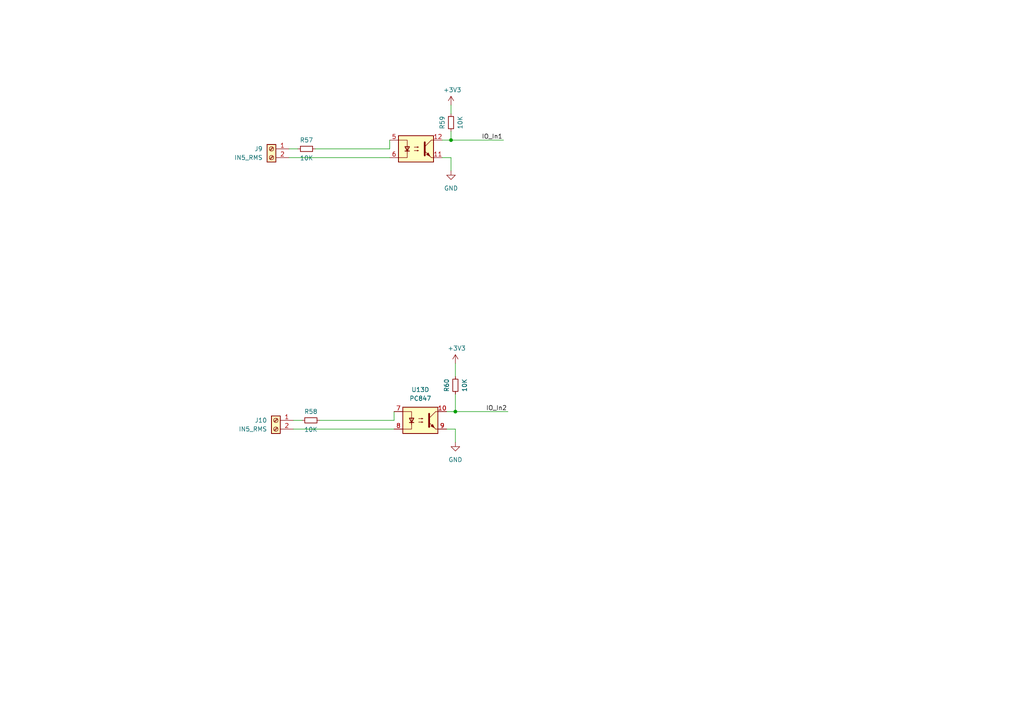
<source format=kicad_sch>
(kicad_sch (version 20250114) (generator "eeschema") (generator_version "9.0")
  (paper "A4")
  (lib_symbols
    (symbol "Connector:Screw_Terminal_01x02" (pin_names (offset 1.016) (hide yes))
      (property "Reference" "J" (at 0 2.54 0))
      (property "Value" "Screw_Terminal_01x02" (at 0 -5.08 0))
      (symbol "Screw_Terminal_01x02_1_1"
        (rectangle (start -1.27 1.27) (end 1.27 -3.81) (stroke (width 0.254)) (fill (type background)))
        (polyline (pts (xy -0.5334 0.3302) (xy 0.3302 -0.508)) (stroke (width 0.1524)))
        (polyline (pts (xy -0.5334 -2.2098) (xy 0.3302 -3.048)) (stroke (width 0.1524)))
        (polyline (pts (xy -0.3556 0.508) (xy 0.508 -0.3302)) (stroke (width 0.1524)))
        (polyline (pts (xy -0.3556 -2.032) (xy 0.508 -2.8702)) (stroke (width 0.1524)))
        (circle (center 0 0) (radius 0.635) (stroke (width 0.1524)))
        (circle (center 0 -2.54) (radius 0.635) (stroke (width 0.1524)))
        (pin passive line (at -5.08 0 0) (length 3.81) (name "Pin_1") (number "1"))
        (pin passive line (at -5.08 -2.54 0) (length 3.81) (name "Pin_2") (number "2"))
      )
    )
    (symbol "Device:R_Small" (pin_numbers (hide yes)) (pin_names (offset 0.254) (hide yes))
      (property "Reference" "R" (at 0.762 0.508 0))
      (property "Value" "R_Small" (at 0.762 -1.016 0))
      (symbol "R_Small_0_1"
        (rectangle (start -0.762 1.778) (end 0.762 -1.778) (stroke (width 0.2032)))
      )
      (symbol "R_Small_1_1"
        (pin passive line (at 0 2.54 270) (length 0.762) (name "~") (number "1"))
        (pin passive line (at 0 -2.54 90) (length 0.762) (name "~") (number "2"))
      )
    )
    (symbol "Isolator:PC847" (pin_names (offset 1.016))
      (property "Reference" "U" (at -5.08 5.08 0))
      (property "Value" "PC847" (at 0 5.08 0))
      (symbol "PC847_0_1"
        (rectangle (start -5.08 3.81) (end 5.08 -3.81) (stroke (width 0.254)) (fill (type background)))
        (polyline (pts (xy -5.08 2.54) (xy -2.54 2.54) (xy -2.54 -1.27) (xy -2.54 0.635)))
        (polyline (pts (xy -3.175 -0.635) (xy -1.905 -0.635)) (stroke (width 0.254)))
        (polyline (pts (xy -2.54 -0.635) (xy -2.54 -2.54) (xy -5.08 -2.54)))
        (polyline (pts (xy -2.54 -0.635) (xy -3.175 0.635) (xy -1.905 0.635) (xy -2.54 -0.635)) (stroke (width 0.254)))
        (polyline (pts (xy -0.508 0.508) (xy 0.762 0.508) (xy 0.381 0.381) (xy 0.381 0.635) (xy 0.762 0.508)))
        (polyline (pts (xy -0.508 -0.508) (xy 0.762 -0.508) (xy 0.381 -0.635) (xy 0.381 -0.381) (xy 0.762 -0.508)))
        (polyline (pts (xy 2.54 1.905) (xy 2.54 -1.905) (xy 2.54 -1.905)) (stroke (width 0.508)))
        (polyline (pts (xy 2.54 0.635) (xy 4.445 2.54)))
        (polyline (pts (xy 3.048 -1.651) (xy 3.556 -1.143) (xy 4.064 -2.159) (xy 3.048 -1.651) (xy 3.048 -1.651)) (fill (type outline)))
        (polyline (pts (xy 4.445 2.54) (xy 5.08 2.54)))
        (polyline (pts (xy 4.445 -2.54) (xy 2.54 -0.635)) (fill (type outline)))
        (polyline (pts (xy 4.445 -2.54) (xy 5.08 -2.54)))
      )
      (symbol "PC847_1_1"
        (pin passive line (at -7.62 2.54 0) (length 2.54) (name "~") (number "1"))
        (pin passive line (at -7.62 -2.54 0) (length 2.54) (name "~") (number "2"))
        (pin passive line (at 7.62 2.54 180) (length 2.54) (name "~") (number "16"))
        (pin passive line (at 7.62 -2.54 180) (length 2.54) (name "~") (number "15"))
      )
      (symbol "PC847_2_1"
        (pin passive line (at -7.62 2.54 0) (length 2.54) (name "~") (number "3"))
        (pin passive line (at -7.62 -2.54 0) (length 2.54) (name "~") (number "4"))
        (pin passive line (at 7.62 2.54 180) (length 2.54) (name "~") (number "14"))
        (pin passive line (at 7.62 -2.54 180) (length 2.54) (name "~") (number "13"))
      )
      (symbol "PC847_3_1"
        (pin passive line (at -7.62 2.54 0) (length 2.54) (name "~") (number "5"))
        (pin passive line (at -7.62 -2.54 0) (length 2.54) (name "~") (number "6"))
        (pin passive line (at 7.62 2.54 180) (length 2.54) (name "~") (number "12"))
        (pin passive line (at 7.62 -2.54 180) (length 2.54) (name "~") (number "11"))
      )
      (symbol "PC847_4_1"
        (pin passive line (at -7.62 2.54 0) (length 2.54) (name "~") (number "7"))
        (pin passive line (at -7.62 -2.54 0) (length 2.54) (name "~") (number "8"))
        (pin passive line (at 7.62 2.54 180) (length 2.54) (name "~") (number "10"))
        (pin passive line (at 7.62 -2.54 180) (length 2.54) (name "~") (number "9"))
      )
    )
    (symbol "Mega-BLDC-cache:+3.3V" (power) (pin_names (offset 0))
      (property "Value" "+3.3V" (at 0 3.556 0))
      (symbol "+3.3V_0_1"
        (polyline (pts (xy -0.762 1.27) (xy 0 2.54)))
        (polyline (pts (xy 0 2.54) (xy 0.762 1.27)))
        (polyline (pts (xy 0 0) (xy 0 2.54)))
      )
      (symbol "+3.3V_1_1"
        (pin power_in line (at 0 0 90) (length 0) (hide yes) (name "+3V3") (number "1"))
      )
    )
    (symbol "power:GND" (power) (pin_names (offset 0))
      (property "Value" "GND" (at 0 -3.81 0))
      (symbol "GND_0_1"
        (polyline (pts (xy 0 0) (xy 0 -1.27) (xy 1.27 -1.27) (xy 0 -2.54) (xy -1.27 -1.27) (xy 0 -1.27)))
      )
      (symbol "GND_1_1"
        (pin power_in line (at 0 0 270) (length 0) (hide yes) (name "GND") (number "1"))
      )
    )
  )
  (junction (at 132.08 119.38))
  (junction (at 130.81 40.64))
  (wire (pts (xy 128.27 45.72) (xy 130.81 45.72)))
  (wire (pts (xy 130.81 38.1) (xy 130.81 40.64)))
  (wire (pts (xy 130.81 30.48) (xy 130.81 33.02)))
  (wire (pts (xy 130.81 40.64) (xy 146.05 40.64)))
  (wire (pts (xy 91.44 43.18) (xy 113.03 43.18)))
  (wire (pts (xy 114.3 124.46) (xy 85.09 124.46)))
  (wire (pts (xy 132.08 114.3) (xy 132.08 119.38)))
  (wire (pts (xy 132.08 119.38) (xy 147.32 119.38)))
  (wire (pts (xy 129.54 124.46) (xy 132.08 124.46)))
  (wire (pts (xy 130.81 40.64) (xy 128.27 40.64)))
  (wire (pts (xy 130.81 45.72) (xy 130.81 49.53)))
  (wire (pts (xy 83.82 45.72) (xy 113.03 45.72)))
  (wire (pts (xy 92.71 121.92) (xy 114.3 121.92)))
  (wire (pts (xy 132.08 105.41) (xy 132.08 109.22)))
  (wire (pts (xy 114.3 121.92) (xy 114.3 119.38)))
  (wire (pts (xy 113.03 43.18) (xy 113.03 40.64)))
  (wire (pts (xy 132.08 124.46) (xy 132.08 128.27)))
  (wire (pts (xy 132.08 119.38) (xy 129.54 119.38)))
  (wire (pts (xy 83.82 43.18) (xy 86.36 43.18)))
  (wire (pts (xy 85.09 121.92) (xy 87.63 121.92)))
  (label "IO_In2" (at 140.97 119.38 0))
  (label "IO_In1" (at 139.7 40.64 0))
  (symbol (lib_id "Isolator:PC847") (at 120.65 43.18 0) (unit 3)
    (property "Reference" "U13" (effects (hide yes)))
    (property "Value" "PC847" (effects (hide yes)))
    (property "Footprint" "Package_DIP:DIP-16_W7.62mm" (effects (hide yes)))
    (property "Datasheet" "http://www.soselectronic.cz/a_info/resource/d/pc817.pdf" (effects (hide yes)))
    (property "Description" "DC Quad Optocoupler, Vce 35V, CTR 50-300%, DIP16" (effects (hide yes)))
  )
  (symbol (lib_id "Mega-BLDC-cache:+3.3V") (at 132.08 105.41 0) (unit 1)
    (property "Reference" "#PWR019" (effects (hide yes)))
    (property "Value" "+3V3" (at 132.461 101.0158 0))
  )
  (symbol (lib_id "Device:R_Small") (at 130.81 35.56 180) (unit 1)
    (property "Reference" "R59" (at 128.27 35.56 90))
    (property "Value" "10K" (at 133.477 35.56 90))
    (property "Footprint" "Resistor_SMD:R_0603_1608Metric" (effects (hide yes)))
  )
  (symbol (lib_id "Device:R_Small") (at 132.08 111.76 180) (unit 1)
    (property "Reference" "R60" (at 129.54 111.76 90))
    (property "Value" "10K" (at 134.747 111.76 90))
    (property "Footprint" "Resistor_SMD:R_0603_1608Metric" (effects (hide yes)))
  )
  (symbol (lib_id "power:GND") (at 132.08 128.27 0) (unit 1)
    (property "Reference" "#PWR016" (effects (hide yes)))
    (property "Value" "GND" (at 132.08 133.35 0))
    (property "Description" "Power symbol creates a global label with name \"GND\" , ground" (effects (hide yes)))
  )
  (symbol (lib_id "Mega-BLDC-cache:+3.3V") (at 130.81 30.48 0) (unit 1)
    (property "Reference" "#PWR014" (effects (hide yes)))
    (property "Value" "+3V3" (at 131.191 26.0858 0))
  )
  (symbol (lib_id "Connector:Screw_Terminal_01x02") (at 80.01 121.92 0) (mirror y) (unit 1)
    (property "Reference" "J10" (at 77.47 121.9199 0) (effects (justify left)))
    (property "Value" "IN5_RMS" (at 77.47 124.4599 0) (effects (justify left)))
    (property "Footprint" "Connector_Phoenix_SPT:PhoenixContact_SPT_2.5_2-H-5.0_1x02_P5.0mm_Horizontal" (effects (hide yes)))
    (property "Description" "Generic screw terminal, single row, 01x02, script generated (kicad-library-utils/schlib/autogen/connector/)" (effects (hide yes)))
  )
  (symbol (lib_id "Isolator:PC847") (at 121.92 121.92 0) (unit 4)
    (property "Reference" "U13" (at 121.92 113.03 0))
    (property "Value" "PC847" (at 121.92 115.57 0))
    (property "Footprint" "Package_DIP:DIP-16_W7.62mm" (effects (hide yes)))
    (property "Datasheet" "http://www.soselectronic.cz/a_info/resource/d/pc817.pdf" (effects (hide yes)))
    (property "Description" "DC Quad Optocoupler, Vce 35V, CTR 50-300%, DIP16" (effects (hide yes)))
  )
  (symbol (lib_id "power:GND") (at 130.81 49.53 0) (unit 1)
    (property "Reference" "#PWR017" (effects (hide yes)))
    (property "Value" "GND" (at 130.81 54.61 0))
    (property "Description" "Power symbol creates a global label with name \"GND\" , ground" (effects (hide yes)))
  )
  (symbol (lib_id "Device:R_Small") (at 90.17 121.92 90) (unit 1)
    (property "Reference" "R58" (at 90.17 119.38 90))
    (property "Value" "10K" (at 90.17 124.587 90))
    (property "Footprint" "Resistor_SMD:R_0603_1608Metric" (effects (hide yes)))
  )
  (symbol (lib_id "Connector:Screw_Terminal_01x02") (at 78.74 43.18 0) (mirror y) (unit 1)
    (property "Reference" "J9" (at 76.2 43.1799 0) (effects (justify left)))
    (property "Value" "IN5_RMS" (at 76.2 45.7199 0) (effects (justify left)))
    (property "Footprint" "Connector_Phoenix_SPT:PhoenixContact_SPT_2.5_2-H-5.0_1x02_P5.0mm_Horizontal" (effects (hide yes)))
    (property "Description" "Generic screw terminal, single row, 01x02, script generated (kicad-library-utils/schlib/autogen/connector/)" (effects (hide yes)))
  )
  (symbol (lib_id "Device:R_Small") (at 88.9 43.18 90) (unit 1)
    (property "Reference" "R57" (at 88.9 40.64 90))
    (property "Value" "10K" (at 88.9 45.847 90))
    (property "Footprint" "Resistor_SMD:R_0603_1608Metric" (effects (hide yes)))
  )
)
</source>
